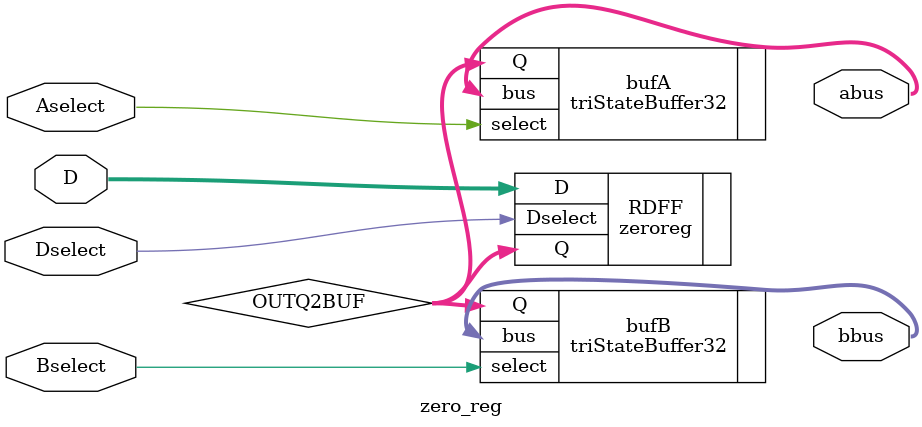
<source format=v>
`timescale 1ns / 1ps


module zero_reg(D, Dselect, Aselect, Bselect, bbus, abus);

    input [31:0] D;
    input wire Dselect, Aselect, Bselect; 
    output [31:0] bbus, abus;
    
    wire [31:0] OUTQ2BUF;
    
    zeroreg RDFF(
        .Dselect(Dselect),
        .D(D),
        .Q(OUTQ2BUF)
    );
    
    triStateBuffer32 bufA(
        .select(Aselect),
        .Q(OUTQ2BUF),
        .bus(abus)
    );
    
    triStateBuffer32 bufB(
        .select(Bselect),
        .Q(OUTQ2BUF),
        .bus(bbus)
    );
endmodule

</source>
